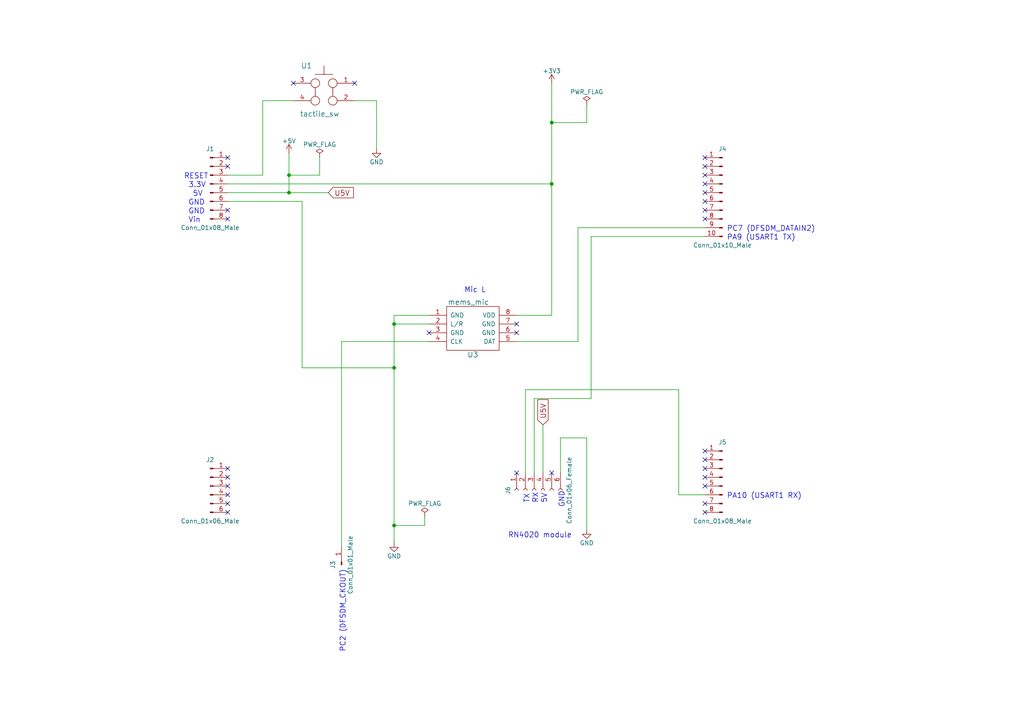
<source format=kicad_sch>
(kicad_sch (version 20230121) (generator eeschema)
  (paper "A4")
  (title_block (title "MEMS mic shield with BLE module") (date "2019-04-30") (rev "ver 0.3") (company "https://github.com/araobp"))
  (lib_symbols
    (symbol "mcu:mems_mic" (pin_names (offset 1.016))
      (property "Reference" "U" (at 0 -7.62 0))
      (property "Value" "mems_mic" (at -1.27 7.62 0))
      (symbol "mems_mic_0_1"
        (rectangle (start -7.62 6.35) (end 7.62 -6.35))
      )
      (symbol "mems_mic_1_1"
        (pin input line (at -12.7 3.81 0) (length 5.08) (name "GND") (number "1"))
        (pin input line (at -12.7 1.27 0) (length 5.08) (name "L/R") (number "2"))
        (pin input line (at -12.7 -1.27 0) (length 5.08) (name "GND") (number "3"))
        (pin input line (at -12.7 -3.81 0) (length 5.08) (name "CLK") (number "4"))
        (pin input line (at 12.7 -3.81 180) (length 5.08) (name "DAT") (number "5"))
        (pin input line (at 12.7 -1.27 180) (length 5.08) (name "GND") (number "6"))
        (pin input line (at 12.7 1.27 180) (length 5.08) (name "GND") (number "7"))
        (pin input line (at 12.7 3.81 180) (length 5.08) (name "VDD") (number "8"))
      )
    )
    (symbol "mcu:tactile_sw" (pin_names (offset 1.016))
      (property "Reference" "U" (at -7.62 -3.81 90))
      (property "Value" "tactile_sw" (at 6.35 0 90))
      (symbol "tactile_sw_0_1"
        (circle (center -2.54 -1.27) (radius 1.27))
        (circle (center -2.54 3.81) (radius 1.27))
        (polyline (pts (xy -7.62 1.27) (xy -5.08 1.27)))
        (polyline (pts (xy -5.08 -1.27) (xy -5.08 3.81)))
        (polyline (pts (xy 1.27 -1.27) (xy -1.27 -1.27)))
        (polyline (pts (xy 1.27 3.81) (xy -1.27 3.81)))
        (circle (center 2.54 -1.27) (radius 1.27))
        (circle (center 2.54 3.81) (radius 1.27))
      )
      (symbol "tactile_sw_1_1"
        (pin input line (at -2.54 10.16 270) (length 5.08) (name "~") (number "1"))
        (pin input line (at 2.54 10.16 270) (length 5.08) (name "~") (number "2"))
        (pin input line (at -2.54 -7.62 90) (length 5.08) (name "~") (number "3"))
        (pin input line (at 2.54 -7.62 90) (length 5.08) (name "~") (number "4"))
      )
    )
    (symbol "mems_mic_board-rescue:+3.3V" (power) (pin_names (offset 0))
      (property "Value" "+3.3V" (at 0 3.556 0))
      (symbol "+3.3V_0_1"
        (polyline (pts (xy -0.762 1.27) (xy 0 2.54)))
        (polyline (pts (xy 0 0) (xy 0 2.54)))
        (polyline (pts (xy 0 2.54) (xy 0.762 1.27)))
      )
      (symbol "+3.3V_1_1"
        (pin power_in line (at 0 0 90) (length 0) hide (name "+3V3") (number "1"))
      )
    )
    (symbol "mems_mic_board-rescue:+5V" (power) (pin_names (offset 0))
      (property "Value" "+5V" (at 0 3.556 0))
      (symbol "+5V_0_1"
        (polyline (pts (xy -0.762 1.27) (xy 0 2.54)))
        (polyline (pts (xy 0 0) (xy 0 2.54)))
        (polyline (pts (xy 0 2.54) (xy 0.762 1.27)))
      )
      (symbol "+5V_1_1"
        (pin power_in line (at 0 0 90) (length 0) hide (name "+5V") (number "1"))
      )
    )
    (symbol "mems_mic_board-rescue:Conn_01x01_Male" (pin_names (offset 1.016) hide)
      (property "Reference" "J" (at 0 2.54 0))
      (property "Value" "Conn_01x01_Male" (at 0 -2.54 0))
      (symbol "Conn_01x01_Male_1_1"
        (polyline (pts (xy 1.27 0) (xy 0.8636 0)) (stroke (width 0.1524)))
        (rectangle (start 0.8636 0.127) (end 0 -0.127) (stroke (width 0.1524)) (fill (type outline)))
        (pin passive line (at 5.08 0 180) (length 3.81) (name "Pin_1") (number "1"))
      )
    )
    (symbol "mems_mic_board-rescue:Conn_01x06_Female" (pin_names (offset 1.016) hide)
      (property "Reference" "J" (at 0 7.62 0))
      (property "Value" "Conn_01x06_Female" (at 0 -10.16 0))
      (symbol "Conn_01x06_Female_1_1"
        (arc (start 0 -7.112) (mid -0.5058 -7.62) (end 0 -8.128) (stroke (width 0.1524)))
        (arc (start 0 -4.572) (mid -0.5058 -5.08) (end 0 -5.588) (stroke (width 0.1524)))
        (arc (start 0 -2.032) (mid -0.5058 -2.54) (end 0 -3.048) (stroke (width 0.1524)))
        (polyline (pts (xy -1.27 -7.62) (xy -0.508 -7.62)) (stroke (width 0.1524)))
        (polyline (pts (xy -1.27 -5.08) (xy -0.508 -5.08)) (stroke (width 0.1524)))
        (polyline (pts (xy -1.27 -2.54) (xy -0.508 -2.54)) (stroke (width 0.1524)))
        (polyline (pts (xy -1.27 0) (xy -0.508 0)) (stroke (width 0.1524)))
        (polyline (pts (xy -1.27 2.54) (xy -0.508 2.54)) (stroke (width 0.1524)))
        (polyline (pts (xy -1.27 5.08) (xy -0.508 5.08)) (stroke (width 0.1524)))
        (arc (start 0 0.508) (mid -0.5058 0) (end 0 -0.508) (stroke (width 0.1524)))
        (arc (start 0 3.048) (mid -0.5058 2.54) (end 0 2.032) (stroke (width 0.1524)))
        (arc (start 0 5.588) (mid -0.5058 5.08) (end 0 4.572) (stroke (width 0.1524)))
        (pin passive line (at -5.08 5.08 0) (length 3.81) (name "Pin_1") (number "1"))
        (pin passive line (at -5.08 2.54 0) (length 3.81) (name "Pin_2") (number "2"))
        (pin passive line (at -5.08 0 0) (length 3.81) (name "Pin_3") (number "3"))
        (pin passive line (at -5.08 -2.54 0) (length 3.81) (name "Pin_4") (number "4"))
        (pin passive line (at -5.08 -5.08 0) (length 3.81) (name "Pin_5") (number "5"))
        (pin passive line (at -5.08 -7.62 0) (length 3.81) (name "Pin_6") (number "6"))
      )
    )
    (symbol "mems_mic_board-rescue:Conn_01x06_Male" (pin_names (offset 1.016) hide)
      (property "Reference" "J" (at 0 7.62 0))
      (property "Value" "Conn_01x06_Male" (at 0 -10.16 0))
      (symbol "Conn_01x06_Male_1_1"
        (polyline (pts (xy 1.27 -7.62) (xy 0.8636 -7.62)) (stroke (width 0.1524)))
        (polyline (pts (xy 1.27 -5.08) (xy 0.8636 -5.08)) (stroke (width 0.1524)))
        (polyline (pts (xy 1.27 -2.54) (xy 0.8636 -2.54)) (stroke (width 0.1524)))
        (polyline (pts (xy 1.27 0) (xy 0.8636 0)) (stroke (width 0.1524)))
        (polyline (pts (xy 1.27 2.54) (xy 0.8636 2.54)) (stroke (width 0.1524)))
        (polyline (pts (xy 1.27 5.08) (xy 0.8636 5.08)) (stroke (width 0.1524)))
        (rectangle (start 0.8636 -7.493) (end 0 -7.747) (stroke (width 0.1524)) (fill (type outline)))
        (rectangle (start 0.8636 -4.953) (end 0 -5.207) (stroke (width 0.1524)) (fill (type outline)))
        (rectangle (start 0.8636 -2.413) (end 0 -2.667) (stroke (width 0.1524)) (fill (type outline)))
        (rectangle (start 0.8636 0.127) (end 0 -0.127) (stroke (width 0.1524)) (fill (type outline)))
        (rectangle (start 0.8636 2.667) (end 0 2.413) (stroke (width 0.1524)) (fill (type outline)))
        (rectangle (start 0.8636 5.207) (end 0 4.953) (stroke (width 0.1524)) (fill (type outline)))
        (pin passive line (at 5.08 5.08 180) (length 3.81) (name "Pin_1") (number "1"))
        (pin passive line (at 5.08 2.54 180) (length 3.81) (name "Pin_2") (number "2"))
        (pin passive line (at 5.08 0 180) (length 3.81) (name "Pin_3") (number "3"))
        (pin passive line (at 5.08 -2.54 180) (length 3.81) (name "Pin_4") (number "4"))
        (pin passive line (at 5.08 -5.08 180) (length 3.81) (name "Pin_5") (number "5"))
        (pin passive line (at 5.08 -7.62 180) (length 3.81) (name "Pin_6") (number "6"))
      )
    )
    (symbol "mems_mic_board-rescue:Conn_01x08_Male" (pin_names (offset 1.016) hide)
      (property "Reference" "J" (at 0 10.16 0))
      (property "Value" "Conn_01x08_Male" (at 0 -12.7 0))
      (symbol "Conn_01x08_Male_1_1"
        (polyline (pts (xy 1.27 -10.16) (xy 0.8636 -10.16)) (stroke (width 0.1524)))
        (polyline (pts (xy 1.27 -7.62) (xy 0.8636 -7.62)) (stroke (width 0.1524)))
        (polyline (pts (xy 1.27 -5.08) (xy 0.8636 -5.08)) (stroke (width 0.1524)))
        (polyline (pts (xy 1.27 -2.54) (xy 0.8636 -2.54)) (stroke (width 0.1524)))
        (polyline (pts (xy 1.27 0) (xy 0.8636 0)) (stroke (width 0.1524)))
        (polyline (pts (xy 1.27 2.54) (xy 0.8636 2.54)) (stroke (width 0.1524)))
        (polyline (pts (xy 1.27 5.08) (xy 0.8636 5.08)) (stroke (width 0.1524)))
        (polyline (pts (xy 1.27 7.62) (xy 0.8636 7.62)) (stroke (width 0.1524)))
        (rectangle (start 0.8636 -10.033) (end 0 -10.287) (stroke (width 0.1524)) (fill (type outline)))
        (rectangle (start 0.8636 -7.493) (end 0 -7.747) (stroke (width 0.1524)) (fill (type outline)))
        (rectangle (start 0.8636 -4.953) (end 0 -5.207) (stroke (width 0.1524)) (fill (type outline)))
        (rectangle (start 0.8636 -2.413) (end 0 -2.667) (stroke (width 0.1524)) (fill (type outline)))
        (rectangle (start 0.8636 0.127) (end 0 -0.127) (stroke (width 0.1524)) (fill (type outline)))
        (rectangle (start 0.8636 2.667) (end 0 2.413) (stroke (width 0.1524)) (fill (type outline)))
        (rectangle (start 0.8636 5.207) (end 0 4.953) (stroke (width 0.1524)) (fill (type outline)))
        (rectangle (start 0.8636 7.747) (end 0 7.493) (stroke (width 0.1524)) (fill (type outline)))
        (pin passive line (at 5.08 7.62 180) (length 3.81) (name "Pin_1") (number "1"))
        (pin passive line (at 5.08 5.08 180) (length 3.81) (name "Pin_2") (number "2"))
        (pin passive line (at 5.08 2.54 180) (length 3.81) (name "Pin_3") (number "3"))
        (pin passive line (at 5.08 0 180) (length 3.81) (name "Pin_4") (number "4"))
        (pin passive line (at 5.08 -2.54 180) (length 3.81) (name "Pin_5") (number "5"))
        (pin passive line (at 5.08 -5.08 180) (length 3.81) (name "Pin_6") (number "6"))
        (pin passive line (at 5.08 -7.62 180) (length 3.81) (name "Pin_7") (number "7"))
        (pin passive line (at 5.08 -10.16 180) (length 3.81) (name "Pin_8") (number "8"))
      )
    )
    (symbol "mems_mic_board-rescue:Conn_01x10_Male" (pin_names (offset 1.016) hide)
      (property "Reference" "J" (at 0 12.7 0))
      (property "Value" "Conn_01x10_Male" (at 0 -15.24 0))
      (symbol "Conn_01x10_Male_1_1"
        (polyline (pts (xy 1.27 -12.7) (xy 0.8636 -12.7)) (stroke (width 0.1524)))
        (polyline (pts (xy 1.27 -10.16) (xy 0.8636 -10.16)) (stroke (width 0.1524)))
        (polyline (pts (xy 1.27 -7.62) (xy 0.8636 -7.62)) (stroke (width 0.1524)))
        (polyline (pts (xy 1.27 -5.08) (xy 0.8636 -5.08)) (stroke (width 0.1524)))
        (polyline (pts (xy 1.27 -2.54) (xy 0.8636 -2.54)) (stroke (width 0.1524)))
        (polyline (pts (xy 1.27 0) (xy 0.8636 0)) (stroke (width 0.1524)))
        (polyline (pts (xy 1.27 2.54) (xy 0.8636 2.54)) (stroke (width 0.1524)))
        (polyline (pts (xy 1.27 5.08) (xy 0.8636 5.08)) (stroke (width 0.1524)))
        (polyline (pts (xy 1.27 7.62) (xy 0.8636 7.62)) (stroke (width 0.1524)))
        (polyline (pts (xy 1.27 10.16) (xy 0.8636 10.16)) (stroke (width 0.1524)))
        (rectangle (start 0.8636 -12.573) (end 0 -12.827) (stroke (width 0.1524)) (fill (type outline)))
        (rectangle (start 0.8636 -10.033) (end 0 -10.287) (stroke (width 0.1524)) (fill (type outline)))
        (rectangle (start 0.8636 -7.493) (end 0 -7.747) (stroke (width 0.1524)) (fill (type outline)))
        (rectangle (start 0.8636 -4.953) (end 0 -5.207) (stroke (width 0.1524)) (fill (type outline)))
        (rectangle (start 0.8636 -2.413) (end 0 -2.667) (stroke (width 0.1524)) (fill (type outline)))
        (rectangle (start 0.8636 0.127) (end 0 -0.127) (stroke (width 0.1524)) (fill (type outline)))
        (rectangle (start 0.8636 2.667) (end 0 2.413) (stroke (width 0.1524)) (fill (type outline)))
        (rectangle (start 0.8636 5.207) (end 0 4.953) (stroke (width 0.1524)) (fill (type outline)))
        (rectangle (start 0.8636 7.747) (end 0 7.493) (stroke (width 0.1524)) (fill (type outline)))
        (rectangle (start 0.8636 10.287) (end 0 10.033) (stroke (width 0.1524)) (fill (type outline)))
        (pin passive line (at 5.08 10.16 180) (length 3.81) (name "Pin_1") (number "1"))
        (pin passive line (at 5.08 -12.7 180) (length 3.81) (name "Pin_10") (number "10"))
        (pin passive line (at 5.08 7.62 180) (length 3.81) (name "Pin_2") (number "2"))
        (pin passive line (at 5.08 5.08 180) (length 3.81) (name "Pin_3") (number "3"))
        (pin passive line (at 5.08 2.54 180) (length 3.81) (name "Pin_4") (number "4"))
        (pin passive line (at 5.08 0 180) (length 3.81) (name "Pin_5") (number "5"))
        (pin passive line (at 5.08 -2.54 180) (length 3.81) (name "Pin_6") (number "6"))
        (pin passive line (at 5.08 -5.08 180) (length 3.81) (name "Pin_7") (number "7"))
        (pin passive line (at 5.08 -7.62 180) (length 3.81) (name "Pin_8") (number "8"))
        (pin passive line (at 5.08 -10.16 180) (length 3.81) (name "Pin_9") (number "9"))
      )
    )
    (symbol "mems_mic_board-rescue:GND" (power) (pin_names (offset 0))
      (property "Value" "GND" (at 0 -3.81 0))
      (symbol "GND_0_1"
        (polyline (pts (xy 0 0) (xy 0 -1.27) (xy 1.27 -1.27) (xy 0 -2.54) (xy -1.27 -1.27) (xy 0 -1.27)))
      )
      (symbol "GND_1_1"
        (pin power_in line (at 0 0 270) (length 0) hide (name "GND") (number "1"))
      )
    )
    (symbol "mems_mic_board-rescue:PWR_FLAG" (power) (pin_numbers hide) (pin_names (offset 0) hide)
      (property "Value" "PWR_FLAG" (at 0 3.81 0))
      (symbol "PWR_FLAG_0_0"
        (pin power_out line (at 0 0 90) (length 0) (name "pwr") (number "1"))
      )
      (symbol "PWR_FLAG_0_1"
        (polyline (pts (xy 0 0) (xy 0 1.27) (xy -1.016 1.905) (xy 0 2.54) (xy 1.016 1.905) (xy 0 1.27)))
      )
    )
  )
  (junction (at 114.3 93.98))
  (junction (at 160.02 53.34))
  (junction (at 83.82 50.8))
  (junction (at 114.3 106.68))
  (junction (at 114.3 152.4))
  (junction (at 83.82 55.88))
  (junction (at 160.02 35.56))
  (no_connect (at 66.04 63.5))
  (no_connect (at -25.4 38.1))
  (no_connect (at 204.47 148.59))
  (no_connect (at 66.04 143.51))
  (no_connect (at 66.04 148.59))
  (no_connect (at 160.02 137.16))
  (no_connect (at 102.87 24.13))
  (no_connect (at 66.04 135.89))
  (no_connect (at 204.47 45.72))
  (no_connect (at 66.04 138.43))
  (no_connect (at 66.04 45.72))
  (no_connect (at 66.04 60.96))
  (no_connect (at 149.86 96.52))
  (no_connect (at 149.86 137.16))
  (no_connect (at 204.47 55.88))
  (no_connect (at 204.47 53.34))
  (no_connect (at 204.47 138.43))
  (no_connect (at -24.13 36.83))
  (no_connect (at 204.47 130.81))
  (no_connect (at 85.09 24.13))
  (no_connect (at 204.47 140.97))
  (no_connect (at 204.47 63.5))
  (no_connect (at 204.47 133.35))
  (no_connect (at 204.47 146.05))
  (no_connect (at 66.04 48.26))
  (no_connect (at 66.04 140.97))
  (no_connect (at 204.47 135.89))
  (no_connect (at 204.47 50.8))
  (no_connect (at 66.04 146.05))
  (no_connect (at 204.47 58.42))
  (no_connect (at 204.47 60.96))
  (no_connect (at 124.46 96.52))
  (no_connect (at 149.86 93.98))
  (no_connect (at 204.47 48.26))
  (wire (pts (xy 152.4 137.16) (xy 152.4 113.03)))
  (wire (pts (xy 170.18 35.56) (xy 160.02 35.56)))
  (wire (pts (xy 160.02 53.34) (xy 160.02 91.44)))
  (wire (pts (xy 114.3 93.98) (xy 114.3 106.68)))
  (wire (pts (xy 92.71 50.8) (xy 83.82 50.8)))
  (wire (pts (xy 83.82 44.45) (xy 83.82 50.8)))
  (wire (pts (xy 83.82 50.8) (xy 83.82 55.88)))
  (wire (pts (xy 83.82 55.88) (xy 95.25 55.88)))
  (wire (pts (xy 99.06 99.06) (xy 124.46 99.06)))
  (wire (pts (xy 66.04 58.42) (xy 87.63 58.42)))
  (wire (pts (xy 109.22 29.21) (xy 109.22 43.18)))
  (wire (pts (xy 162.56 127) (xy 170.18 127)))
  (wire (pts (xy 124.46 91.44) (xy 114.3 91.44)))
  (wire (pts (xy 114.3 106.68) (xy 114.3 152.4)))
  (wire (pts (xy 204.47 68.58) (xy 171.45 68.58)))
  (wire (pts (xy 160.02 24.13) (xy 160.02 35.56)))
  (wire (pts (xy 87.63 106.68) (xy 114.3 106.68)))
  (wire (pts (xy 170.18 30.48) (xy 170.18 35.56)))
  (wire (pts (xy 66.04 55.88) (xy 83.82 55.88)))
  (wire (pts (xy 87.63 58.42) (xy 87.63 106.68)))
  (wire (pts (xy 124.46 93.98) (xy 114.3 93.98)))
  (wire (pts (xy 123.19 152.4) (xy 114.3 152.4)))
  (wire (pts (xy 99.06 99.06) (xy 99.06 158.75)))
  (wire (pts (xy 167.64 99.06) (xy 149.86 99.06)))
  (wire (pts (xy 102.87 29.21) (xy 109.22 29.21)))
  (wire (pts (xy 152.4 113.03) (xy 196.85 113.03)))
  (wire (pts (xy 114.3 91.44) (xy 114.3 93.98)))
  (wire (pts (xy 171.45 115.57) (xy 154.94 115.57)))
  (wire (pts (xy 171.45 68.58) (xy 171.45 115.57)))
  (wire (pts (xy 204.47 66.04) (xy 167.64 66.04)))
  (wire (pts (xy 162.56 137.16) (xy 162.56 127)))
  (wire (pts (xy 160.02 91.44) (xy 149.86 91.44)))
  (wire (pts (xy 76.2 29.21) (xy 85.09 29.21)))
  (wire (pts (xy 157.48 123.19) (xy 157.48 137.16)))
  (wire (pts (xy 167.64 66.04) (xy 167.64 99.06)))
  (wire (pts (xy 160.02 35.56) (xy 160.02 53.34)))
  (wire (pts (xy 123.19 149.86) (xy 123.19 152.4)))
  (wire (pts (xy 66.04 50.8) (xy 76.2 50.8)))
  (wire (pts (xy 76.2 50.8) (xy 76.2 29.21)))
  (wire (pts (xy 92.71 45.72) (xy 92.71 50.8)))
  (wire (pts (xy 66.04 53.34) (xy 160.02 53.34)))
  (wire (pts (xy 196.85 143.51) (xy 204.47 143.51)))
  (wire (pts (xy 196.85 113.03) (xy 196.85 143.51)))
  (wire (pts (xy 170.18 127) (xy 170.18 153.67)))
  (wire (pts (xy 154.94 115.57) (xy 154.94 137.16)))
  (wire (pts (xy 114.3 152.4) (xy 114.3 157.48)))
  (text "3.3V" (at 54.61 54.61 0) (effects (font (size 1.524 1.524)) (justify left bottom)))
  (text "PA10 (USART1 RX)" (at 210.82 144.78 0) (effects (font (size 1.524 1.524)) (justify left bottom)))
  (text "PC7 (DFSDM_DATAIN2)" (at 210.82 67.31 0) (effects (font (size 1.524 1.524)) (justify left bottom)))
  (text "RX" (at 156.21 146.05 90) (effects (font (size 1.524 1.524)) (justify left bottom)))
  (text "GND" (at 54.61 59.69 0) (effects (font (size 1.524 1.524)) (justify left bottom)))
  (text "TX" (at 153.67 146.05 90) (effects (font (size 1.524 1.524)) (justify left bottom)))
  (text "PA9 (USART1 TX)" (at 210.82 69.85 0) (effects (font (size 1.524 1.524)) (justify left bottom)))
  (text "RESET" (at 53.34 52.07 0) (effects (font (size 1.524 1.524)) (justify left bottom)))
  (text "5V\n" (at 158.75 146.05 90) (effects (font (size 1.524 1.524)) (justify left bottom)))
  (text "5V\n" (at 55.88 57.15 0) (effects (font (size 1.524 1.524)) (justify left bottom)))
  (text "Mic L" (at 134.62 85.09 0) (effects (font (size 1.524 1.524)) (justify left bottom)))
  (text "GND" (at 163.83 147.32 90) (effects (font (size 1.524 1.524)) (justify left bottom)))
  (text "GND" (at 54.61 62.23 0) (effects (font (size 1.524 1.524)) (justify left bottom)))
  (text "RN4020 module" (at 147.32 156.21 0) (effects (font (size 1.524 1.524)) (justify left bottom)))
  (text "PC2 (DFSDM_CKOUT)" (at 100.33 189.23 90) (effects (font (size 1.524 1.524)) (justify left bottom)))
  (text "Vin" (at 54.61 64.77 0) (effects (font (size 1.524 1.524)) (justify left bottom)))
  (global_label "U5V" (shape input) (at 157.48 123.19 90) (effects (font (size 1.524 1.524))) (property "Intersheetrefs" "${INTERSHEET_REFS}" (effects hide)))
  (global_label "U5V" (shape input) (at 95.25 55.88 0) (effects (font (size 1.524 1.524))) (property "Intersheetrefs" "${INTERSHEET_REFS}" (effects hide)))
  (symbol (lib_id "mcu:mems_mic") (at 137.16 95.25 0) (unit 1)
    (property "Reference" "U3" (at 137.16 102.87 0) (effects (font (size 1.524 1.524))))
    (property "Value" "mems_mic" (at 135.89 87.63 0) (effects (font (size 1.524 1.524))))
    (property "Footprint" "mcu:MEMS_mic" (effects hide))
  )
  (symbol (lib_id "mems_mic_board-rescue:+3.3V") (at 160.02 24.13 0) (unit 1)
    (property "Reference" "#PWR01" (effects hide))
    (property "Value" "+3.3V" (at 160.02 20.574 0))
  )
  (symbol (lib_id "mems_mic_board-rescue:GND") (at 114.3 157.48 0) (unit 1)
    (property "Reference" "#PWR02" (effects hide))
    (property "Value" "GND" (at 114.3 161.29 0))
  )
  (symbol (lib_id "mems_mic_board-rescue:Conn_01x08_Male") (at 209.55 138.43 0) (mirror y) (unit 1)
    (property "Reference" "J5" (at 209.55 128.27 0))
    (property "Value" "Conn_01x08_Male" (at 209.55 151.13 0))
    (property "Footprint" "mcu:Pin Header 8P" (effects hide))
  )
  (symbol (lib_id "mems_mic_board-rescue:Conn_01x06_Male") (at 60.96 140.97 0) (unit 1)
    (property "Reference" "J2" (at 60.96 133.35 0))
    (property "Value" "Conn_01x06_Male" (at 60.96 151.13 0))
    (property "Footprint" "mcu:Pin Header 6P" (effects hide))
  )
  (symbol (lib_id "mcu:tactile_sw") (at 92.71 26.67 270) (unit 1)
    (property "Reference" "U1" (at 88.9 19.05 90) (effects (font (size 1.524 1.524))))
    (property "Value" "tactile_sw" (at 92.71 33.02 90) (effects (font (size 1.524 1.524))))
    (property "Footprint" "mcu:tactile_sw_4p" (effects hide))
  )
  (symbol (lib_id "mems_mic_board-rescue:GND") (at 109.22 43.18 0) (unit 1)
    (property "Reference" "#PWR03" (effects hide))
    (property "Value" "GND" (at 109.22 46.99 0))
  )
  (symbol (lib_id "mems_mic_board-rescue:PWR_FLAG") (at 170.18 30.48 0) (unit 1)
    (property "Reference" "#FLG04" (effects hide))
    (property "Value" "PWR_FLAG" (at 170.18 26.67 0))
  )
  (symbol (lib_id "mems_mic_board-rescue:PWR_FLAG") (at 123.19 149.86 0) (unit 1)
    (property "Reference" "#FLG05" (effects hide))
    (property "Value" "PWR_FLAG" (at 123.19 146.05 0))
  )
  (symbol (lib_id "mems_mic_board-rescue:Conn_01x01_Male") (at 99.06 163.83 90) (unit 1)
    (property "Reference" "J3" (at 96.52 163.83 0))
    (property "Value" "Conn_01x01_Male" (at 101.6 163.83 0))
    (property "Footprint" "mcu:Pin_header_1P" (effects hide))
  )
  (symbol (lib_id "mems_mic_board-rescue:Conn_01x08_Male") (at 60.96 53.34 0) (unit 1)
    (property "Reference" "J1" (at 60.96 43.18 0))
    (property "Value" "Conn_01x08_Male" (at 60.96 66.04 0))
    (property "Footprint" "mcu:Pin Header 8P" (effects hide))
  )
  (symbol (lib_id "mems_mic_board-rescue:Conn_01x10_Male") (at 209.55 55.88 0) (mirror y) (unit 1)
    (property "Reference" "J4" (at 209.55 43.18 0))
    (property "Value" "Conn_01x10_Male" (at 209.55 71.12 0))
    (property "Footprint" "mcu:Pin Header 10P" (effects hide))
  )
  (symbol (lib_id "mems_mic_board-rescue:Conn_01x06_Female") (at 154.94 142.24 90) (mirror x) (unit 1)
    (property "Reference" "J6" (at 147.32 142.24 0))
    (property "Value" "Conn_01x06_Female" (at 165.1 142.24 0))
    (property "Footprint" "mcu:Pin_Socket_6P" (effects hide))
  )
  (symbol (lib_id "mems_mic_board-rescue:GND") (at 170.18 153.67 0) (unit 1)
    (property "Reference" "#PWR06" (effects hide))
    (property "Value" "GND" (at 170.18 157.48 0))
  )
  (symbol (lib_id "mems_mic_board-rescue:+5V") (at 83.82 44.45 0) (unit 1)
    (property "Reference" "#PWR07" (effects hide))
    (property "Value" "+5V" (at 83.82 40.894 0))
  )
  (symbol (lib_id "mems_mic_board-rescue:PWR_FLAG") (at 92.71 45.72 0) (unit 1)
    (property "Reference" "#FLG08" (effects hide))
    (property "Value" "PWR_FLAG" (at 92.71 41.91 0))
  )
)
</source>
